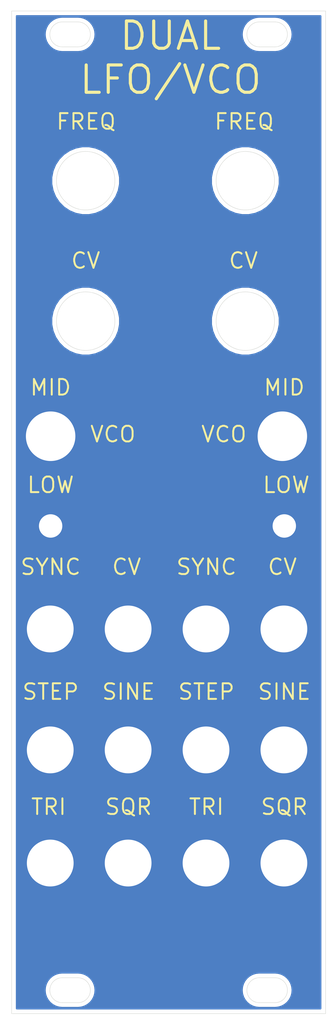
<source format=kicad_pcb>
(kicad_pcb (version 20171130) (host pcbnew "(5.1.5-0)")
  (layers (0 F.Cu signal) (31 B.Cu signal) (34 B.Paste user hide) (35 F.Paste user hide) (36 B.SilkS user hide) (37 F.SilkS user) (38 B.Mask user) (39 F.Mask user) (44 Edge.Cuts user))
  (net 0 "")
  (net 1 GND)
  (module "custom footprints:potleaf_small_copper" (layer F.Cu) (at 19.75 124.5)
    (fp_text reference REF** hide)
    (fp_text value potleaf_small_copper)
    (fp_poly (pts (xy -3.4036 -3.9751) (xy -3.0861 -3.7338) (xy -2.52095 -3.4163) (xy -1.92405 -2.9845) (xy -1.5494 -2.6035) (xy -1.14935 -2.03835) (xy -0.55245 -0.85725) (xy -0.254 -0.2921) (xy -0.2413 -0.2794) (xy -0.5715 -0.254) (xy -0.6731 -0.3048) (xy -1.0287 -0.55245) (xy -1.4351 -0.92075) (xy -1.7653 -1.27) (xy -2.1209 -1.7018) (xy -2.4003 -2.1209) (xy -2.5908 -2.3749) (xy -2.8448 -2.8321) (xy -3.0988 -3.2004) (xy -3.3401 -3.6195) (xy -3.6195 -4.1783)) (layer F.Cu) (width 0.1))
    (fp_poly (pts (xy -1.997075 -0.796925) (xy -1.660525 -0.701675) (xy -1.397 -0.6096) (xy -0.6985 -0.2032) (xy -0.66802 -0.17526) (xy -0.6604 -0.1905) (xy -0.6604 -0.1778) (xy -0.66802 -0.17526) (xy -0.7493 -0.0127) (xy -0.3556 0.127) (xy -0.56515 0.1524) (xy -0.95885 0.1778) (xy -1.4351 0.1778) (xy -1.8796 0.1143) (xy -2.3622 0) (xy -2.7559 -0.1143) (xy -3.1623 -0.3429) (xy -3.4798 -0.5715) (xy -3.8862 -0.6985) (xy -3.2385 -0.7493) (xy -2.7051 -0.7874) (xy -2.24155 -0.79375)) (layer F.Cu) (width 0.1))
    (fp_poly (pts (xy -0.13335 0.2667) (xy -0.50165 0.6985) (xy -0.9398 0.97155) (xy -1.3208 1.11125) (xy -2.0701 1.27635) (xy -1.5875 0.7493) (xy -1.1938 0.4826) (xy -0.8255 0.2794) (xy -0.3556 0.2032) (xy -0.3302 0.2032)) (layer F.Cu) (width 0.1))
    (fp_poly (pts (xy 0 -0.2159) (xy -0.211138 -0.022225) (xy 0.007937 0.073025) (xy 0.758825 0.61595) (xy 0.57785 0.7112) (xy 0 0.254) (xy 0.0127 1.3462) (xy -0.1016 1.2065) (xy -0.10795 0.3175) (xy -0.0635 0.3175) (xy -0.4445 0.1016) (xy -0.73025 -0.0508) (xy -0.56515 -0.3302)) (layer F.Cu) (width 0.1))
    (fp_poly (pts (xy 0.64135 0.2413) (xy 1.1938 0.5207) (xy 1.520825 0.847725) (xy 1.655763 1.077913) (xy 1.887538 1.347788) (xy 1.58115 1.26365) (xy 1.32715 1.18745) (xy 1.14935 1.12395) (xy 0.7747 0.9906) (xy 0.415925 0.796925) (xy 0.155575 0.511175) (xy 0.03175 0.34925) (xy 0.09525 0.38735) (xy 0.06985 0.32385) (xy 0.13335 0.1524)) (layer F.Cu) (width 0.1))
    (fp_poly (pts (xy 3.0734 -0.762) (xy 3.5052 -0.7366) (xy 4.083207 -0.726057) (xy 3.4036 -0.5715) (xy 2.9718 -0.381) (xy 2.6289 -0.1651) (xy 2.2098 0) (xy 1.6764 0.0889) (xy 1.2319 0.1143) (xy 0.65405 0.09525) (xy 0.0762 0.0762) (xy 0.0127 0) (xy 0.2286 -0.0635) (xy 0.235585 -0.1143) (xy 0.551815 -0.2413) (xy 1.08585 -0.4699) (xy 1.6383 -0.6731) (xy 2.032 -0.7874) (xy 2.4765 -0.7874)) (layer F.Cu) (width 0.1))
    (fp_poly (pts (xy 3.0607 -3.4163) (xy 2.8194 -2.921) (xy 2.6162 -2.4638) (xy 2.35585 -1.9431) (xy 2.0828 -1.5875) (xy 1.77165 -1.17475) (xy 1.30175 -0.78105) (xy 0.8001 -0.4445) (xy -0.3048 0.1524) (xy -0.2794 -0.1778) (xy 0.0254 -0.2286) (xy 0.27305 -0.66675) (xy 0.48895 -1.1303) (xy 0.65405 -1.4605) (xy 0.8382 -1.7526) (xy 1.0033 -2.0701) (xy 1.2827 -2.4257) (xy 1.5621 -2.7432) (xy 1.8923 -3.0353) (xy 2.2352 -3.2639) (xy 2.6162 -3.5179) (xy 3.0099 -3.7846) (xy 3.5433 -4.1783)) (layer F.Cu) (width 0.1))
    (fp_poly (pts (xy 0.2159 -5.5499) (xy 0.3175 -5.0673) (xy 0.4318 -4.6101) (xy 0.51435 -4.2799) (xy 0.57785 -3.8989) (xy 0.6223 -3.3782) (xy 0.6223 -2.8448) (xy 0.5715 -2.2606) (xy 0.508 -1.7399) (xy 0.365125 -1.2446) (xy 0.066675 -0.2286) (xy -0.14605 -0.2794) (xy -0.381 -1.1938) (xy -0.554038 -2.0574) (xy -0.538163 -2.8448) (xy -0.485775 -3.5052) (xy -0.32385 -4.2799) (xy -0.0889 -5.0927) (xy 0.0381 -5.8674) (xy 0.1016 -6.3881)) (layer F.Cu) (width 0.1))
  )
  (module "custom footprints:6mm_mounting_hole_thonkiconn" (layer F.Cu) (at 34.95 109.2)
    (fp_text reference TP1 hide)
    (fp_text value TestPoint)
    (pad 1 thru_hole circle (at 0 0) (size 6.1 6.1) (drill 6) (layers *.Cu *.Mask) (net 1 GND))
  )
  (module "custom footprints:6mm_mounting_hole_thonkiconn" (layer F.Cu) (at 14.95 109.2)
    (fp_text reference TP1 hide)
    (fp_text value TestPoint)
    (pad 1 thru_hole circle (at 0 0) (size 6.1 6.1) (drill 6) (layers *.Cu *.Mask) (net 1 GND))
  )
  (module "custom footprints:6mm_mounting_hole_thonkiconn" (layer F.Cu) (at 24.95 109.2)
    (fp_text reference TP1 hide)
    (fp_text value TestPoint)
    (pad 1 thru_hole circle (at 0 0) (size 6.1 6.1) (drill 6) (layers *.Cu *.Mask) (net 1 GND))
  )
  (module "custom footprints:6mm_mounting_hole_thonkiconn" (layer F.Cu) (at 4.95 109.2)
    (fp_text reference TP1 hide)
    (fp_text value TestPoint)
    (pad 1 thru_hole circle (at 0 0) (size 6.1 6.1) (drill 6) (layers *.Cu *.Mask) (net 1 GND))
  )
  (module "custom footprints:6.35mm_mounting_hole_miniswitch" (layer F.Cu) (at 5 54.5)
    (fp_text reference REF** hide)
    (fp_text value 6.35mm_mounting_hole_miniswitch)
    (pad 1 thru_hole circle (at 0 0) (size 6.4 6.4) (drill 6.35) (layers *.Cu *.Mask) (net 1 GND))
  )
  (module "custom footprints:3mm_mounting_hole_LED" (layer F.Cu) (at 5 66)
    (fp_text reference REF** hide)
    (fp_text value 3mm_mounting_hole_LED)
    (pad 1 thru_hole circle (at 0 0) (size 3.1 3.1) (drill 3) (layers *.Cu *.Mask) (net 1 GND))
  )
  (module "custom footprints:3mm_mounting_hole_LED" (layer F.Cu) (at 35 66)
    (fp_text reference REF** hide)
    (fp_text value 3mm_mounting_hole_LED)
    (pad 1 thru_hole circle (at 0 0) (size 3.1 3.1) (drill 3) (layers *.Cu *.Mask) (net 1 GND))
  )
  (module "custom footprints:6.35mm_mounting_hole_miniswitch" (layer F.Cu) (at 34.75 54.5)
    (fp_text reference REF** hide)
    (fp_text value 6.35mm_mounting_hole_miniswitch)
    (pad 1 thru_hole circle (at 0 0) (size 6.4 6.4) (drill 6.35) (layers *.Cu *.Mask) (net 1 GND))
  )
  (module "custom footprints:6mm_mounting_hole_thonkiconn" (layer F.Cu) (at 34.95 94.7)
    (fp_text reference TP1 hide)
    (fp_text value TestPoint)
    (pad 1 thru_hole circle (at 0 0) (size 6.1 6.1) (drill 6) (layers *.Cu *.Mask) (net 1 GND))
  )
  (module "custom footprints:6mm_mounting_hole_thonkiconn" (layer F.Cu) (at 4.95 79.2)
    (fp_text reference TP1 hide)
    (fp_text value TestPoint)
    (pad 1 thru_hole circle (at 0 0) (size 6.1 6.1) (drill 6) (layers *.Cu *.Mask) (net 1 GND))
  )
  (module "custom footprints:6mm_mounting_hole_thonkiconn" (layer F.Cu) (at 34.95 79.2)
    (fp_text reference TP1 hide)
    (fp_text value TestPoint)
    (pad 1 thru_hole circle (at 0 0) (size 6.1 6.1) (drill 6) (layers *.Cu *.Mask) (net 1 GND))
  )
  (module "custom footprints:6mm_mounting_hole_thonkiconn" (layer F.Cu) (at 24.95 79.2)
    (fp_text reference TP1 hide)
    (fp_text value TestPoint)
    (pad 1 thru_hole circle (at 0 0) (size 6.1 6.1) (drill 6) (layers *.Cu *.Mask) (net 1 GND))
  )
  (module "custom footprints:6mm_mounting_hole_thonkiconn" (layer F.Cu) (at 14.95 79.2)
    (fp_text reference TP1 hide)
    (fp_text value TestPoint)
    (pad 1 thru_hole circle (at 0 0) (size 6.1 6.1) (drill 6) (layers *.Cu *.Mask) (net 1 GND))
  )
  (module "custom footprints:6mm_mounting_hole_thonkiconn" (layer F.Cu) (at 4.95 94.7)
    (fp_text reference TP1 hide)
    (fp_text value TestPoint)
    (pad 1 thru_hole circle (at 0 0) (size 6.1 6.1) (drill 6) (layers *.Cu *.Mask) (net 1 GND))
  )
  (module "custom footprints:6mm_mounting_hole_thonkiconn" (layer F.Cu) (at 24.95 94.7)
    (fp_text reference TP1 hide)
    (fp_text value TestPoint)
    (pad 1 thru_hole circle (at 0 0) (size 6.1 6.1) (drill 6) (layers *.Cu *.Mask) (net 1 GND))
  )
  (module "custom footprints:6mm_mounting_hole_thonkiconn" (layer F.Cu) (at 14.95 94.7)
    (fp_text reference TP1 hide)
    (fp_text value TestPoint)
    (pad 1 thru_hole circle (at 0 0) (size 6.1 6.1) (drill 6) (layers *.Cu *.Mask) (net 1 GND))
  )
  (gr_line (start 14.6 79.1) (end 4.6 79.1) (layer F.Cu) (width 1))
  (gr_line (start 34.8 79) (end 24.8 79) (layer F.Cu) (width 1))
  (gr_line (start 15 109.25) (end 5 109.25) (layer F.Cu) (width 1))
  (gr_poly (pts (xy 8.6 112.7) (xy 1.35 112.7) (xy 1.35 105.7) (xy 8.6 105.7)) (layer F.Cu) (width 0.1))
  (gr_poly (pts (xy 18.6 112.7) (xy 11.35 112.7) (xy 11.35 105.7) (xy 18.6 105.7)) (layer F.Cu) (width 0.1))
  (gr_line (start 35.25 109.25) (end 25.25 109.25) (layer F.Cu) (width 1))
  (gr_poly (pts (xy 28.6 112.7) (xy 21.35 112.7) (xy 21.35 105.7) (xy 28.6 105.7)) (layer F.Cu) (width 0.1))
  (gr_poly (pts (xy 38.6 112.7) (xy 31.35 112.7) (xy 31.35 105.7) (xy 38.6 105.7)) (layer F.Cu) (width 0.1))
  (gr_line (start 15.25 94.5) (end 5.25 94.5) (layer F.Cu) (width 1))
  (gr_poly (pts (xy 8.5 98.1) (xy 1.25 98.1) (xy 1.25 91.1) (xy 8.5 91.1)) (layer F.Cu) (width 0.1))
  (gr_poly (pts (xy 18.5 98.1) (xy 11.25 98.1) (xy 11.25 91.1) (xy 18.5 91.1)) (layer F.Cu) (width 0.1))
  (gr_line (start 19.9 13.9) (end 19.9 112.6) (layer F.Cu) (width 0.5))
  (gr_line (start 35 94.5) (end 25 94.5) (layer F.Cu) (width 1))
  (gr_poly (pts (xy 38.5 98.1) (xy 31.25 98.1) (xy 31.25 91.1) (xy 38.5 91.1)) (layer F.Cu) (width 0.1))
  (gr_poly (pts (xy 28.5 98.1) (xy 21.25 98.1) (xy 21.25 91.1) (xy 28.5 91.1)) (layer F.Cu) (width 0.1))
  (gr_text SQR (at 35 102) (layer F.SilkS) (effects (font (size 2 2) (thickness 0.25))))
  (gr_text SQR (at 15 102) (layer F.SilkS) (effects (font (size 2 2) (thickness 0.25))))
  (gr_text TRI (at 25 102) (layer F.SilkS) (effects (font (size 2 2) (thickness 0.25))))
  (gr_text TRI (at 4.75 102) (layer F.SilkS) (effects (font (size 2 2) (thickness 0.25))))
  (gr_text SINE (at 15 87.25) (layer F.SilkS) (effects (font (size 2 2) (thickness 0.25))))
  (gr_text SINE (at 35 87.25) (layer F.SilkS) (effects (font (size 2 2) (thickness 0.25))))
  (gr_text STEP (at 25 87.25) (layer F.SilkS) (effects (font (size 2 2) (thickness 0.25))))
  (gr_text STEP (at 5 87.25) (layer F.SilkS) (effects (font (size 2 2) (thickness 0.25))))
  (gr_text SYNC (at 5 71.25) (layer F.SilkS) (effects (font (size 2 2) (thickness 0.25))))
  (gr_text SYNC (at 25 71.25) (layer F.SilkS) (effects (font (size 2 2) (thickness 0.25))))
  (gr_text VCO (at 27.25 54.25) (layer F.SilkS) (effects (font (size 2 2) (thickness 0.25))))
  (gr_text VCO (at 13 54.25) (layer F.SilkS) (effects (font (size 2 2) (thickness 0.25))))
  (gr_text LOW (at 5 60.75) (layer F.SilkS) (effects (font (size 2 2) (thickness 0.25))))
  (gr_text LOW (at 35.25 60.75) (layer F.SilkS) (effects (font (size 2 2) (thickness 0.25))))
  (gr_text CV (at 34.75 71.25) (layer F.SilkS) (effects (font (size 2 2) (thickness 0.25))))
  (gr_text CV (at 14.75 71.25) (layer F.SilkS) (effects (font (size 2 2) (thickness 0.25))))
  (gr_text MID (at 5 48.25) (layer F.SilkS) (effects (font (size 2 2) (thickness 0.25))))
  (gr_text MID (at 35 48.25) (layer F.SilkS) (effects (font (size 2 2) (thickness 0.25))))
  (gr_text CV (at 29.75 32) (layer F.SilkS) (effects (font (size 2 2) (thickness 0.25))))
  (gr_text FREQ (at 29.85 14.175) (layer F.SilkS) (effects (font (size 2 2) (thickness 0.25))))
  (gr_text FREQ (at 9.55 14.175) (layer F.SilkS) (effects (font (size 2 2) (thickness 0.25))))
  (gr_circle (center 30 39.75) (end 33.75 39.75) (layer Edge.Cuts) (width 0.05))
  (gr_circle (center 9.5 39.75) (end 13.25 39.75) (layer Edge.Cuts) (width 0.05))
  (gr_text "DUAL\nLFO/VCO" (at 20.4 6) (layer F.SilkS) (effects (font (size 3.5 3.5) (thickness 0.4))))
  (gr_text CV (at 9.5 32) (layer F.SilkS) (effects (font (size 2 2) (thickness 0.25))))
  (gr_circle (center 9.5 21.75) (end 13.25 21.75) (layer Edge.Cuts) (width 0.05))
  (gr_circle (center 30 21.75) (end 33.75 21.75) (layer Edge.Cuts) (width 0.05))
  (gr_arc (start 8.5 125.5) (end 8.5 127.1) (angle -180) (layer Edge.Cuts) (width 0.05))
  (gr_line (start 6.5 123.9) (end 8.5 123.9) (layer Edge.Cuts) (width 0.05))
  (gr_arc (start 6.5 125.5) (end 6.5 123.9) (angle -180) (layer Edge.Cuts) (width 0.05))
  (gr_line (start 6.5 127.1) (end 8.5 127.1) (layer Edge.Cuts) (width 0.05))
  (gr_arc (start 8.5 3) (end 8.5 4.6) (angle -180) (layer Edge.Cuts) (width 0.05))
  (gr_line (start 6.5 1.4) (end 8.5 1.4) (layer Edge.Cuts) (width 0.05))
  (gr_arc (start 6.5 3) (end 6.5 1.4) (angle -180) (layer Edge.Cuts) (width 0.05))
  (gr_line (start 6.5 4.6) (end 8.5 4.6) (layer Edge.Cuts) (width 0.05))
  (gr_arc (start 33.8 125.5) (end 33.8 127.1) (angle -180) (layer Edge.Cuts) (width 0.05))
  (gr_line (start 31.8 123.9) (end 33.8 123.9) (layer Edge.Cuts) (width 0.05))
  (gr_arc (start 31.8 125.5) (end 31.8 123.9) (angle -180) (layer Edge.Cuts) (width 0.05))
  (gr_line (start 31.8 127.1) (end 33.8 127.1) (layer Edge.Cuts) (width 0.05))
  (gr_line (start 31.8 1.4) (end 33.8 1.4) (layer Edge.Cuts) (width 0.05))
  (gr_line (start 31.8 4.6) (end 33.8 4.6) (layer Edge.Cuts) (width 0.05))
  (gr_arc (start 31.8 3) (end 31.8 1.4) (angle -180) (layer Edge.Cuts) (width 0.05))
  (gr_arc (start 33.8 3) (end 33.8 4.6) (angle -180) (layer Edge.Cuts) (width 0.05))
  (gr_line (start 0 128.5) (end 0 0) (layer Edge.Cuts) (width 0.05))
  (gr_line (start 40.3 128.5) (end 0 128.5) (layer Edge.Cuts) (width 0.05))
  (gr_line (start 40.3 0) (end 40.3 128.5) (layer Edge.Cuts) (width 0.05))
  (gr_line (start 0 0) (end 40.3 0) (layer Edge.Cuts) (width 0.05))
  (zone (net 1) (net_name GND) (layer B.Cu) (connect_pads yes (clearance 0.508)) (min_thickness 0.254) (fill yes (arc_segments 32) (thermal_gap 0.508) (thermal_bridge_width 0.508))
    (polygon (pts (xy 40.75 129.841581) (xy -1.5 129.841581) (xy -1.000951 -1.158894) (xy -1.5 -1.408419) (xy 40.75 -1.408419)))
  )
)
</source>
